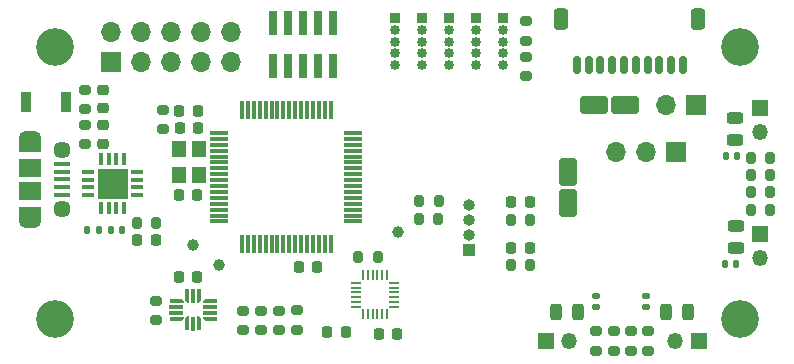
<source format=gbr>
G04 #@! TF.GenerationSoftware,KiCad,Pcbnew,(6.0.7)*
G04 #@! TF.CreationDate,2022-10-20T14:14:45-04:00*
G04 #@! TF.ProjectId,ECE477_PCB,45434534-3737-45f5-9043-422e6b696361,rev?*
G04 #@! TF.SameCoordinates,PX2daf690PY1aab7d8*
G04 #@! TF.FileFunction,Soldermask,Top*
G04 #@! TF.FilePolarity,Negative*
%FSLAX46Y46*%
G04 Gerber Fmt 4.6, Leading zero omitted, Abs format (unit mm)*
G04 Created by KiCad (PCBNEW (6.0.7)) date 2022-10-20 14:14:45*
%MOMM*%
%LPD*%
G01*
G04 APERTURE LIST*
G04 Aperture macros list*
%AMRoundRect*
0 Rectangle with rounded corners*
0 $1 Rounding radius*
0 $2 $3 $4 $5 $6 $7 $8 $9 X,Y pos of 4 corners*
0 Add a 4 corners polygon primitive as box body*
4,1,4,$2,$3,$4,$5,$6,$7,$8,$9,$2,$3,0*
0 Add four circle primitives for the rounded corners*
1,1,$1+$1,$2,$3*
1,1,$1+$1,$4,$5*
1,1,$1+$1,$6,$7*
1,1,$1+$1,$8,$9*
0 Add four rect primitives between the rounded corners*
20,1,$1+$1,$2,$3,$4,$5,0*
20,1,$1+$1,$4,$5,$6,$7,0*
20,1,$1+$1,$6,$7,$8,$9,0*
20,1,$1+$1,$8,$9,$2,$3,0*%
%AMFreePoly0*
4,1,48,0.134742,0.873282,0.138024,0.873861,0.140910,0.872195,0.150652,0.870477,0.165579,0.857951,0.182453,0.848209,0.184767,0.841850,0.189952,0.837500,0.193336,0.818309,0.200000,0.800000,0.200000,-0.237500,0.198282,-0.247242,0.198861,-0.250524,0.197195,-0.253410,0.195477,-0.263152,0.182951,-0.278079,0.173209,-0.294953,0.166850,-0.297267,0.162500,-0.302452,0.143309,-0.305836,
0.125000,-0.312500,0.081066,-0.312500,0.076480,-0.311691,0.074529,-0.312214,0.071540,-0.310820,0.055414,-0.307977,0.042871,-0.297452,0.028033,-0.290533,-0.178033,-0.084467,-0.180703,-0.080653,-0.182453,-0.079643,-0.183581,-0.076543,-0.192973,-0.063130,-0.194400,-0.046819,-0.200000,-0.031434,-0.200000,0.800000,-0.198282,0.809742,-0.198861,0.813024,-0.197195,0.815910,-0.195477,0.825652,
-0.182951,0.840579,-0.173209,0.857453,-0.166850,0.859767,-0.162500,0.864952,-0.143309,0.868336,-0.125000,0.875000,0.125000,0.875000,0.134742,0.873282,0.134742,0.873282,$1*%
%AMFreePoly1*
4,1,48,0.134742,0.873282,0.138024,0.873861,0.140910,0.872195,0.150652,0.870477,0.165579,0.857951,0.182453,0.848209,0.184767,0.841850,0.189952,0.837500,0.193336,0.818309,0.200000,0.800000,0.200000,-0.031434,0.199191,-0.036020,0.199714,-0.037971,0.198320,-0.040960,0.195477,-0.057086,0.184952,-0.069629,0.178033,-0.084467,-0.028033,-0.290533,-0.031847,-0.293203,-0.032857,-0.294953,
-0.035957,-0.296081,-0.049370,-0.305473,-0.065681,-0.306900,-0.081066,-0.312500,-0.125000,-0.312500,-0.134742,-0.310782,-0.138024,-0.311361,-0.140910,-0.309695,-0.150652,-0.307977,-0.165579,-0.295451,-0.182453,-0.285709,-0.184767,-0.279350,-0.189952,-0.275000,-0.193336,-0.255809,-0.200000,-0.237500,-0.200000,0.800000,-0.198282,0.809742,-0.198861,0.813024,-0.197195,0.815910,-0.195477,0.825652,
-0.182951,0.840579,-0.173209,0.857453,-0.166850,0.859767,-0.162500,0.864952,-0.143309,0.868336,-0.125000,0.875000,0.125000,0.875000,0.134742,0.873282,0.134742,0.873282,$1*%
%AMFreePoly2*
4,1,48,0.809742,0.198282,0.813024,0.198861,0.815910,0.197195,0.825652,0.195477,0.840579,0.182951,0.857453,0.173209,0.859767,0.166850,0.864952,0.162500,0.868336,0.143309,0.875000,0.125000,0.875000,-0.125000,0.873282,-0.134742,0.873861,-0.138024,0.872195,-0.140910,0.870477,-0.150652,0.857951,-0.165579,0.848209,-0.182453,0.841850,-0.184767,0.837500,-0.189952,0.818309,-0.193336,
0.800000,-0.200000,-0.237500,-0.200000,-0.247242,-0.198282,-0.250524,-0.198861,-0.253410,-0.197195,-0.263152,-0.195477,-0.278079,-0.182951,-0.294953,-0.173209,-0.297267,-0.166850,-0.302452,-0.162500,-0.305836,-0.143309,-0.312500,-0.125000,-0.312500,-0.081066,-0.311691,-0.076480,-0.312214,-0.074530,-0.310821,-0.071542,-0.307977,-0.055414,-0.297451,-0.042870,-0.290533,-0.028033,-0.084467,0.178033,
-0.080653,0.180703,-0.079643,0.182453,-0.076543,0.183581,-0.063130,0.192973,-0.046820,0.194400,-0.031434,0.200000,0.800000,0.200000,0.809742,0.198282,0.809742,0.198282,$1*%
%AMFreePoly3*
4,1,48,0.809742,0.198282,0.813024,0.198861,0.815910,0.197195,0.825652,0.195477,0.840579,0.182951,0.857453,0.173209,0.859767,0.166850,0.864952,0.162500,0.868336,0.143309,0.875000,0.125000,0.875000,-0.125000,0.873282,-0.134742,0.873861,-0.138024,0.872195,-0.140910,0.870477,-0.150652,0.857951,-0.165579,0.848209,-0.182453,0.841850,-0.184767,0.837500,-0.189952,0.818309,-0.193336,
0.800000,-0.200000,-0.031434,-0.200000,-0.036020,-0.199191,-0.037971,-0.199714,-0.040960,-0.198320,-0.057086,-0.195477,-0.069629,-0.184952,-0.084467,-0.178033,-0.290533,0.028033,-0.293203,0.031847,-0.294953,0.032857,-0.296081,0.035957,-0.305473,0.049370,-0.306900,0.065681,-0.312500,0.081066,-0.312500,0.125000,-0.310782,0.134742,-0.311361,0.138024,-0.309695,0.140910,-0.307977,0.150652,
-0.295451,0.165579,-0.285709,0.182453,-0.279350,0.184767,-0.275000,0.189952,-0.255809,0.193336,-0.237500,0.200000,0.800000,0.200000,0.809742,0.198282,0.809742,0.198282,$1*%
%AMFreePoly4*
4,1,48,-0.076480,0.311691,-0.074530,0.312214,-0.071542,0.310821,-0.055414,0.307977,-0.042870,0.297451,-0.028033,0.290533,0.178033,0.084467,0.180703,0.080653,0.182453,0.079643,0.183581,0.076543,0.192973,0.063130,0.194400,0.046820,0.200000,0.031434,0.200000,-0.800000,0.198282,-0.809742,0.198861,-0.813024,0.197195,-0.815910,0.195477,-0.825652,0.182951,-0.840579,0.173209,-0.857453,
0.166850,-0.859767,0.162500,-0.864952,0.143309,-0.868336,0.125000,-0.875000,-0.125000,-0.875000,-0.134742,-0.873282,-0.138024,-0.873861,-0.140910,-0.872195,-0.150652,-0.870477,-0.165579,-0.857951,-0.182453,-0.848209,-0.184767,-0.841850,-0.189952,-0.837500,-0.193336,-0.818309,-0.200000,-0.800000,-0.200000,0.237500,-0.198282,0.247242,-0.198861,0.250524,-0.197195,0.253410,-0.195477,0.263152,
-0.182951,0.278079,-0.173209,0.294953,-0.166850,0.297267,-0.162500,0.302452,-0.143309,0.305836,-0.125000,0.312500,-0.081066,0.312500,-0.076480,0.311691,-0.076480,0.311691,$1*%
%AMFreePoly5*
4,1,48,0.134742,0.310782,0.138024,0.311361,0.140910,0.309695,0.150652,0.307977,0.165579,0.295451,0.182453,0.285709,0.184767,0.279350,0.189952,0.275000,0.193336,0.255809,0.200000,0.237500,0.200000,-0.800000,0.198282,-0.809742,0.198861,-0.813024,0.197195,-0.815910,0.195477,-0.825652,0.182951,-0.840579,0.173209,-0.857453,0.166850,-0.859767,0.162500,-0.864952,0.143309,-0.868336,
0.125000,-0.875000,-0.125000,-0.875000,-0.134742,-0.873282,-0.138024,-0.873861,-0.140910,-0.872195,-0.150652,-0.870477,-0.165579,-0.857951,-0.182453,-0.848209,-0.184767,-0.841850,-0.189952,-0.837500,-0.193336,-0.818309,-0.200000,-0.800000,-0.200000,0.031434,-0.199191,0.036020,-0.199714,0.037970,-0.198321,0.040958,-0.195477,0.057086,-0.184951,0.069630,-0.178033,0.084467,0.028033,0.290533,
0.031847,0.293203,0.032857,0.294953,0.035957,0.296081,0.049370,0.305473,0.065680,0.306900,0.081066,0.312500,0.125000,0.312500,0.134742,0.310782,0.134742,0.310782,$1*%
%AMFreePoly6*
4,1,48,0.247242,0.198282,0.250524,0.198861,0.253410,0.197195,0.263152,0.195477,0.278079,0.182951,0.294953,0.173209,0.297267,0.166850,0.302452,0.162500,0.305836,0.143309,0.312500,0.125000,0.312500,0.081066,0.311691,0.076480,0.312214,0.074529,0.310820,0.071540,0.307977,0.055414,0.297452,0.042871,0.290533,0.028033,0.084467,-0.178033,0.080653,-0.180703,0.079643,-0.182453,
0.076543,-0.183581,0.063130,-0.192973,0.046819,-0.194400,0.031434,-0.200000,-0.800000,-0.200000,-0.809742,-0.198282,-0.813024,-0.198861,-0.815910,-0.197195,-0.825652,-0.195477,-0.840579,-0.182951,-0.857453,-0.173209,-0.859767,-0.166850,-0.864952,-0.162500,-0.868336,-0.143309,-0.875000,-0.125000,-0.875000,0.125000,-0.873282,0.134742,-0.873861,0.138024,-0.872195,0.140910,-0.870477,0.150652,
-0.857951,0.165579,-0.848209,0.182453,-0.841850,0.184767,-0.837500,0.189952,-0.818309,0.193336,-0.800000,0.200000,0.237500,0.200000,0.247242,0.198282,0.247242,0.198282,$1*%
%AMFreePoly7*
4,1,48,0.036020,0.199191,0.037970,0.199714,0.040958,0.198321,0.057086,0.195477,0.069630,0.184951,0.084467,0.178033,0.290533,-0.028033,0.293203,-0.031847,0.294953,-0.032857,0.296081,-0.035957,0.305473,-0.049370,0.306900,-0.065680,0.312500,-0.081066,0.312500,-0.125000,0.310782,-0.134742,0.311361,-0.138024,0.309695,-0.140910,0.307977,-0.150652,0.295451,-0.165579,0.285709,-0.182453,
0.279350,-0.184767,0.275000,-0.189952,0.255809,-0.193336,0.237500,-0.200000,-0.800000,-0.200000,-0.809742,-0.198282,-0.813024,-0.198861,-0.815910,-0.197195,-0.825652,-0.195477,-0.840579,-0.182951,-0.857453,-0.173209,-0.859767,-0.166850,-0.864952,-0.162500,-0.868336,-0.143309,-0.875000,-0.125000,-0.875000,0.125000,-0.873282,0.134742,-0.873861,0.138024,-0.872195,0.140910,-0.870477,0.150652,
-0.857951,0.165579,-0.848209,0.182453,-0.841850,0.184767,-0.837500,0.189952,-0.818309,0.193336,-0.800000,0.200000,0.031434,0.200000,0.036020,0.199191,0.036020,0.199191,$1*%
G04 Aperture macros list end*
%ADD10RoundRect,0.075000X-0.075000X0.462500X-0.075000X-0.462500X0.075000X-0.462500X0.075000X0.462500X0*%
%ADD11RoundRect,0.075000X-0.462500X0.075000X-0.462500X-0.075000X0.462500X-0.075000X0.462500X0.075000X0*%
%ADD12R,2.500000X2.500000*%
%ADD13O,1.700000X1.700000*%
%ADD14R,1.700000X1.700000*%
%ADD15RoundRect,0.050000X0.050000X-0.362500X0.050000X0.362500X-0.050000X0.362500X-0.050000X-0.362500X0*%
%ADD16RoundRect,0.050000X-0.362500X-0.050000X0.362500X-0.050000X0.362500X0.050000X-0.362500X0.050000X0*%
%ADD17FreePoly0,180.000000*%
%ADD18RoundRect,0.100000X0.100000X0.500000X-0.100000X0.500000X-0.100000X-0.500000X0.100000X-0.500000X0*%
%ADD19FreePoly1,180.000000*%
%ADD20FreePoly2,180.000000*%
%ADD21RoundRect,0.100000X0.500000X0.100000X-0.500000X0.100000X-0.500000X-0.100000X0.500000X-0.100000X0*%
%ADD22FreePoly3,180.000000*%
%ADD23FreePoly4,180.000000*%
%ADD24FreePoly5,180.000000*%
%ADD25FreePoly6,180.000000*%
%ADD26FreePoly7,180.000000*%
%ADD27RoundRect,0.200000X-0.275000X0.200000X-0.275000X-0.200000X0.275000X-0.200000X0.275000X0.200000X0*%
%ADD28R,1.350000X1.350000*%
%ADD29O,1.350000X1.350000*%
%ADD30RoundRect,0.243750X-0.456250X0.243750X-0.456250X-0.243750X0.456250X-0.243750X0.456250X0.243750X0*%
%ADD31RoundRect,0.200000X-0.200000X-0.275000X0.200000X-0.275000X0.200000X0.275000X-0.200000X0.275000X0*%
%ADD32RoundRect,0.243750X0.243750X0.456250X-0.243750X0.456250X-0.243750X-0.456250X0.243750X-0.456250X0*%
%ADD33RoundRect,0.200000X0.200000X0.275000X-0.200000X0.275000X-0.200000X-0.275000X0.200000X-0.275000X0*%
%ADD34RoundRect,0.243750X-0.243750X-0.456250X0.243750X-0.456250X0.243750X0.456250X-0.243750X0.456250X0*%
%ADD35R,1.000000X1.000000*%
%ADD36O,1.000000X1.000000*%
%ADD37RoundRect,0.140000X-0.170000X0.140000X-0.170000X-0.140000X0.170000X-0.140000X0.170000X0.140000X0*%
%ADD38RoundRect,0.140000X-0.140000X-0.170000X0.140000X-0.170000X0.140000X0.170000X-0.140000X0.170000X0*%
%ADD39RoundRect,0.250001X-0.924999X-0.499999X0.924999X-0.499999X0.924999X0.499999X-0.924999X0.499999X0*%
%ADD40RoundRect,0.150000X0.150000X0.625000X-0.150000X0.625000X-0.150000X-0.625000X0.150000X-0.625000X0*%
%ADD41RoundRect,0.250000X0.350000X0.650000X-0.350000X0.650000X-0.350000X-0.650000X0.350000X-0.650000X0*%
%ADD42R,0.750000X2.100000*%
%ADD43RoundRect,0.140000X0.140000X0.170000X-0.140000X0.170000X-0.140000X-0.170000X0.140000X-0.170000X0*%
%ADD44R,1.200000X1.400000*%
%ADD45RoundRect,0.135000X0.135000X0.185000X-0.135000X0.185000X-0.135000X-0.185000X0.135000X-0.185000X0*%
%ADD46R,0.900000X1.700000*%
%ADD47RoundRect,0.200000X0.275000X-0.200000X0.275000X0.200000X-0.275000X0.200000X-0.275000X-0.200000X0*%
%ADD48RoundRect,0.225000X0.225000X0.250000X-0.225000X0.250000X-0.225000X-0.250000X0.225000X-0.250000X0*%
%ADD49RoundRect,0.218750X0.256250X-0.218750X0.256250X0.218750X-0.256250X0.218750X-0.256250X-0.218750X0*%
%ADD50RoundRect,0.218750X-0.218750X-0.256250X0.218750X-0.256250X0.218750X0.256250X-0.218750X0.256250X0*%
%ADD51RoundRect,0.075000X-0.700000X-0.075000X0.700000X-0.075000X0.700000X0.075000X-0.700000X0.075000X0*%
%ADD52RoundRect,0.075000X-0.075000X-0.700000X0.075000X-0.700000X0.075000X0.700000X-0.075000X0.700000X0*%
%ADD53R,1.350000X0.400000*%
%ADD54C,1.450000*%
%ADD55R,1.900000X1.200000*%
%ADD56O,1.900000X1.200000*%
%ADD57R,1.900000X1.500000*%
%ADD58RoundRect,0.218750X0.218750X0.256250X-0.218750X0.256250X-0.218750X-0.256250X0.218750X-0.256250X0*%
%ADD59RoundRect,0.225000X-0.225000X-0.250000X0.225000X-0.250000X0.225000X0.250000X-0.225000X0.250000X0*%
%ADD60C,3.200000*%
%ADD61RoundRect,0.250001X0.499999X-0.924999X0.499999X0.924999X-0.499999X0.924999X-0.499999X-0.924999X0*%
%ADD62C,1.000000*%
%ADD63R,0.850000X0.850000*%
%ADD64O,0.850000X0.850000*%
%ADD65RoundRect,0.225000X0.250000X-0.225000X0.250000X0.225000X-0.250000X0.225000X-0.250000X-0.225000X0*%
G04 APERTURE END LIST*
D10*
X9375000Y-12993100D03*
X8725000Y-12993100D03*
X8075000Y-12993100D03*
X7425000Y-12993100D03*
D11*
X6337500Y-14080600D03*
X6337500Y-14730600D03*
X6337500Y-15380600D03*
X6337500Y-16030600D03*
D10*
X7425000Y-17118100D03*
X8075000Y-17118100D03*
X8725000Y-17118100D03*
X9375000Y-17118100D03*
D11*
X10462500Y-16030600D03*
X10462500Y-15380600D03*
X10462500Y-14730600D03*
X10462500Y-14080600D03*
D12*
X8400000Y-15055600D03*
D13*
X51039000Y-12389000D03*
X53579000Y-12389000D03*
D14*
X56119000Y-12389000D03*
D15*
X29619400Y-22822700D03*
X30019400Y-22822700D03*
X30419400Y-22822700D03*
X30819400Y-22822700D03*
X31219400Y-22822700D03*
X31619400Y-22822700D03*
D16*
X32256900Y-23460200D03*
X32256900Y-23860200D03*
X32256900Y-24260200D03*
X32256900Y-24660200D03*
X32256900Y-25060200D03*
X32256900Y-25460200D03*
D15*
X31619400Y-26097700D03*
X31219400Y-26097700D03*
X30819400Y-26097700D03*
X30419400Y-26097700D03*
X30019400Y-26097700D03*
X29619400Y-26097700D03*
D16*
X28981900Y-25460200D03*
X28981900Y-25060200D03*
X28981900Y-24660200D03*
X28981900Y-24260200D03*
X28981900Y-23860200D03*
X28981900Y-23460200D03*
D17*
X15727600Y-26640800D03*
D18*
X15227600Y-26928300D03*
D19*
X14727600Y-26640800D03*
D20*
X14065100Y-26478300D03*
D21*
X13777600Y-25978300D03*
X13777600Y-25478300D03*
D22*
X14065100Y-24978300D03*
D23*
X14727600Y-24815800D03*
D18*
X15227600Y-24528300D03*
D24*
X15727600Y-24815800D03*
D25*
X16390100Y-24978300D03*
D21*
X16677600Y-25478300D03*
X16677600Y-25978300D03*
D26*
X16390100Y-26478300D03*
D27*
X49352200Y-27540298D03*
X49352200Y-29190298D03*
X50825400Y-27540498D03*
X50825400Y-29190498D03*
D28*
X45080289Y-28397700D03*
D29*
X47080289Y-28397700D03*
D30*
X61074300Y-9508500D03*
X61074300Y-11383500D03*
D31*
X62433700Y-12871700D03*
X64083700Y-12871700D03*
X62433800Y-14332200D03*
X64083800Y-14332200D03*
D32*
X57145400Y-25901598D03*
X55270400Y-25901598D03*
D27*
X53771800Y-27540298D03*
X53771800Y-29190298D03*
X52298600Y-27540398D03*
X52298600Y-29190398D03*
D28*
X58039000Y-28378098D03*
D29*
X56039000Y-28378098D03*
D31*
X62433600Y-15792700D03*
X64083600Y-15792700D03*
D30*
X61188600Y-18665200D03*
X61188600Y-20540200D03*
D31*
X62433700Y-17253200D03*
X64083700Y-17253200D03*
D28*
X63246000Y-19336000D03*
D29*
X63246000Y-21336000D03*
D28*
X63246000Y-8642600D03*
D29*
X63246000Y-10642600D03*
D33*
X35990800Y-18059400D03*
X34340800Y-18059400D03*
D34*
X45953200Y-25901598D03*
X47828200Y-25901598D03*
D35*
X38608000Y-20701000D03*
D36*
X38608000Y-19431000D03*
X38608000Y-18161000D03*
X38608000Y-16891000D03*
D37*
X49326800Y-24529998D03*
X49326800Y-25489998D03*
X53594000Y-24542698D03*
X53594000Y-25502698D03*
D38*
X60304800Y-12744700D03*
X61264800Y-12744700D03*
X60223400Y-21825200D03*
X61183400Y-21825200D03*
D39*
X49144800Y-8356600D03*
X51794800Y-8356600D03*
D40*
X56697000Y-4971800D03*
X55697000Y-4971800D03*
X54697000Y-4971800D03*
X53697000Y-4971800D03*
X52697000Y-4971800D03*
X51697000Y-4971800D03*
X50697000Y-4971800D03*
X49697000Y-4971800D03*
X48697000Y-4971800D03*
X47697000Y-4971800D03*
D41*
X57997000Y-1096800D03*
X46397000Y-1096800D03*
D42*
X27035000Y-5080000D03*
X27035000Y-1480000D03*
X25765000Y-5080000D03*
X25765000Y-1480000D03*
X24495000Y-5080000D03*
X24495000Y-1480000D03*
X23225000Y-5080000D03*
X23225000Y-1480000D03*
X21955000Y-5080000D03*
X21955000Y-1480000D03*
D43*
X9202300Y-19000000D03*
X8242300Y-19000000D03*
D44*
X13998200Y-12114800D03*
X13998200Y-14314800D03*
X15698200Y-14314800D03*
X15698200Y-12114800D03*
D45*
X7266400Y-19000000D03*
X6246400Y-19000000D03*
D46*
X1094000Y-8128000D03*
X4494000Y-8128000D03*
D47*
X6096000Y-8762000D03*
X6096000Y-7112000D03*
D33*
X12077400Y-18376900D03*
X10427400Y-18376900D03*
D48*
X15572500Y-16059600D03*
X14022500Y-16059600D03*
D47*
X12625700Y-10432900D03*
X12625700Y-8782900D03*
D33*
X43751000Y-21971000D03*
X42101000Y-21971000D03*
D49*
X7620000Y-11677400D03*
X7620000Y-10102400D03*
D50*
X42138500Y-20485100D03*
X43713500Y-20485100D03*
D48*
X25730000Y-22110000D03*
X24180000Y-22110000D03*
D51*
X17428200Y-10760200D03*
X17428200Y-11260200D03*
X17428200Y-11760200D03*
X17428200Y-12260200D03*
X17428200Y-12760200D03*
X17428200Y-13260200D03*
X17428200Y-13760200D03*
X17428200Y-14260200D03*
X17428200Y-14760200D03*
X17428200Y-15260200D03*
X17428200Y-15760200D03*
X17428200Y-16260200D03*
X17428200Y-16760200D03*
X17428200Y-17260200D03*
X17428200Y-17760200D03*
X17428200Y-18260200D03*
D52*
X19353200Y-20185200D03*
X19853200Y-20185200D03*
X20353200Y-20185200D03*
X20853200Y-20185200D03*
X21353200Y-20185200D03*
X21853200Y-20185200D03*
X22353200Y-20185200D03*
X22853200Y-20185200D03*
X23353200Y-20185200D03*
X23853200Y-20185200D03*
X24353200Y-20185200D03*
X24853200Y-20185200D03*
X25353200Y-20185200D03*
X25853200Y-20185200D03*
X26353200Y-20185200D03*
X26853200Y-20185200D03*
D51*
X28778200Y-18260200D03*
X28778200Y-17760200D03*
X28778200Y-17260200D03*
X28778200Y-16760200D03*
X28778200Y-16260200D03*
X28778200Y-15760200D03*
X28778200Y-15260200D03*
X28778200Y-14760200D03*
X28778200Y-14260200D03*
X28778200Y-13760200D03*
X28778200Y-13260200D03*
X28778200Y-12760200D03*
X28778200Y-12260200D03*
X28778200Y-11760200D03*
X28778200Y-11260200D03*
X28778200Y-10760200D03*
D52*
X26853200Y-8835200D03*
X26353200Y-8835200D03*
X25853200Y-8835200D03*
X25353200Y-8835200D03*
X24853200Y-8835200D03*
X24353200Y-8835200D03*
X23853200Y-8835200D03*
X23353200Y-8835200D03*
X22853200Y-8835200D03*
X22353200Y-8835200D03*
X21853200Y-8835200D03*
X21353200Y-8835200D03*
X20853200Y-8835200D03*
X20353200Y-8835200D03*
X19853200Y-8835200D03*
X19353200Y-8835200D03*
D27*
X6045200Y-10064900D03*
X6045200Y-11714900D03*
D53*
X4116800Y-13400000D03*
X4116800Y-14050000D03*
X4116800Y-14700000D03*
X4116800Y-15350000D03*
X4116800Y-16000000D03*
D54*
X4116800Y-17200000D03*
X4116800Y-12200000D03*
D55*
X1416800Y-17600000D03*
D56*
X1416800Y-18200000D03*
D57*
X1416800Y-15700000D03*
D55*
X1416800Y-11800000D03*
D56*
X1416800Y-11200000D03*
D57*
X1416800Y-13700000D03*
D58*
X12039800Y-19837400D03*
X10464800Y-19837400D03*
D50*
X14060600Y-8871400D03*
X15635600Y-8871400D03*
D59*
X14073300Y-10370000D03*
X15623300Y-10370000D03*
D60*
X61500000Y-3500000D03*
X61500000Y-26500000D03*
X3500000Y-26500000D03*
X3500000Y-3500000D03*
D47*
X12100000Y-26625000D03*
X12100000Y-24975000D03*
D61*
X46990000Y-16692000D03*
X46990000Y-14042000D03*
D31*
X34354000Y-16510000D03*
X36004000Y-16510000D03*
D48*
X15575000Y-23000000D03*
X14025000Y-23000000D03*
D27*
X22479000Y-25807400D03*
X22479000Y-27457400D03*
D50*
X42139000Y-16643000D03*
X43714000Y-16643000D03*
D27*
X43383200Y-4318000D03*
X43383200Y-5968000D03*
D62*
X17399000Y-21920200D03*
D14*
X8280400Y-4790000D03*
D13*
X8280400Y-2250000D03*
X10820400Y-4790000D03*
X10820400Y-2250000D03*
X13360400Y-4790000D03*
X13360400Y-2250000D03*
X15900400Y-4790000D03*
X15900400Y-2250000D03*
X18440400Y-4790000D03*
X18440400Y-2250000D03*
D59*
X26568400Y-27584400D03*
X28118400Y-27584400D03*
D63*
X34608000Y-1022600D03*
D64*
X34608000Y-2022600D03*
X34608000Y-3022600D03*
X34608000Y-4022600D03*
X34608000Y-5022600D03*
D63*
X39205400Y-1022600D03*
D64*
X39205400Y-2022600D03*
X39205400Y-3022600D03*
X39205400Y-4022600D03*
X39205400Y-5022600D03*
D59*
X30924200Y-27762200D03*
X32474200Y-27762200D03*
D27*
X24003000Y-25794200D03*
X24003000Y-27444200D03*
X20955000Y-25806400D03*
X20955000Y-27456400D03*
D31*
X29197800Y-21300000D03*
X30847800Y-21300000D03*
D63*
X36919400Y-1022600D03*
D64*
X36919400Y-2022600D03*
X36919400Y-3022600D03*
X36919400Y-4022600D03*
X36919400Y-5022600D03*
D27*
X19431000Y-25806400D03*
X19431000Y-27456400D03*
X43383200Y-1308600D03*
X43383200Y-2958600D03*
D63*
X41491400Y-1022600D03*
D64*
X41491400Y-2022600D03*
X41491400Y-3022600D03*
X41491400Y-4022600D03*
X41491400Y-5022600D03*
D63*
X32296600Y-1022600D03*
D64*
X32296600Y-2022600D03*
X32296600Y-3022600D03*
X32296600Y-4022600D03*
X32296600Y-5022600D03*
D14*
X57785000Y-8382000D03*
D13*
X55245000Y-8382000D03*
D62*
X15214600Y-20243800D03*
D65*
X7620000Y-8662000D03*
X7620000Y-7112000D03*
D33*
X43751000Y-18161000D03*
X42101000Y-18161000D03*
D62*
X32588200Y-19177000D03*
M02*

</source>
